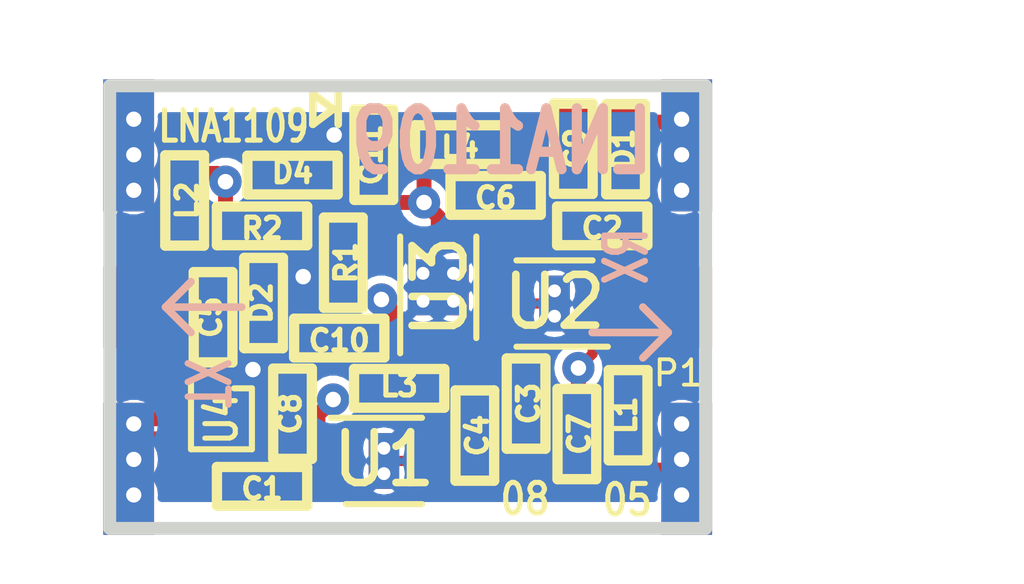
<source format=kicad_pcb>
(kicad_pcb (version 20221018) (generator pcbnew)
  (title_block (title "LNA1109") (date "2020-08-05") (company "Copyright (c) 2014-2020 Great Scott Gadgets <info@greatscottgadgets.com>") (comment 1 "Licensed under the CERN-OHL-P v2"))
  (layers (0 "F.Cu" signal) (1 "In1.Cu" signal) (2 "In2.Cu" signal) (31 "B.Cu" signal) (34 "B.Paste" user) (35 "F.Paste" user) (36 "B.SilkS" user "B.Silkscreen") (37 "F.SilkS" user "F.Silkscreen") (38 "B.Mask" user) (39 "F.Mask" user) (44 "Edge.Cuts" user))
  (net 0 "")
  (net 1 "GND")
  (net 2 "VCC")
  (net 3 "Net-(C1-Pad1)")
  (net 4 "Net-(C1-Pad2)")
  (net 5 "Net-(C2-Pad1)")
  (net 6 "Net-(C2-Pad2)")
  (net 7 "Net-(C5-Pad1)")
  (net 8 "Net-(C5-Pad2)")
  (net 9 "Net-(C10-Pad2)")
  (net 10 "Net-(D4-Pad2)")
  (net 11 "Net-(C6-Pad1)")
  (net 12 "Net-(C6-Pad2)")
  (net 13 "Net-(R1-Pad2)")
  (net 14 "Net-(C3-Pad1)")
  (net 15 "Net-(C3-Pad2)")
  (net 16 "Net-(C4-Pad1)")
  (net 17 "Net-(C4-Pad2)")
  (footprint "gsg-modules:0402" (layer "F.Cu") (at 128.6 97.4 180)
    (fp_text reference "D4" (at 0 0.0508) (layer "F.SilkS") (effects (font (size 0.4064 0.4064) (thickness 0.1016))))
    (fp_text value "LNALED" hide)
    (fp_line (start -0.889 -0.381) (end 0.889 -0.381) (stroke (width 0.2032)) (layer "F.SilkS"))
    (fp_line (start -0.889 0.381) (end -0.889 -0.381) (stroke (width 0.2032)) (layer "F.SilkS"))
    (fp_line (start 0.889 -0.381) (end 0.889 0.381) (stroke (width 0.2032)) (layer "F.SilkS"))
    (fp_line (start 0.889 0.381) (end -0.889 0.381) (stroke (width 0.2032)) (layer "F.SilkS"))
    (pad "1" smd rect (at -0.5334 0 180) (size 0.508 0.5588) (layers "F.Cu" "F.Paste" "F.Mask") (net 1 "GND"))
    (pad "2" smd rect (at 0.5334 0 180) (size 0.508 0.5588) (layers "F.Cu" "F.Paste" "F.Mask") (net 10 "Net-(D4-Pad2)"))
  )
  (footprint "gsg-modules:0402" (layer "F.Cu") (at 134.2 102.5 90)
    (fp_text reference "C7" (at 0 0.0508 90) (layer "F.SilkS") (effects (font (size 0.4064 0.4064) (thickness 0.1016))))
    (fp_text value "100pF" hide)
    (fp_line (start -0.889 -0.381) (end 0.889 -0.381) (stroke (width 0.2032)) (layer "F.SilkS"))
    (fp_line (start -0.889 0.381) (end -0.889 -0.381) (stroke (width 0.2032)) (layer "F.SilkS"))
    (fp_line (start 0.889 -0.381) (end 0.889 0.381) (stroke (width 0.2032)) (layer "F.SilkS"))
    (fp_line (start 0.889 0.381) (end -0.889 0.381) (stroke (width 0.2032)) (layer "F.SilkS"))
    (pad "1" smd rect (at -0.5334 0 90) (size 0.508 0.5588) (layers "F.Cu" "F.Paste" "F.Mask") (net 1 "GND"))
    (pad "2" smd rect (at 0.5334 0 90) (size 0.508 0.5588) (layers "F.Cu" "F.Paste" "F.Mask") (net 2 "VCC"))
  )
  (footprint "gsg-modules:0402" (layer "F.Cu") (at 127.035 100.2 -90)
    (fp_text reference "C5" (at 0 0.0508 90) (layer "F.SilkS") (effects (font (size 0.4064 0.4064) (thickness 0.1016))))
    (fp_text value "47pF" hide)
    (fp_line (start -0.889 -0.381) (end 0.889 -0.381) (stroke (width 0.2032)) (layer "F.SilkS"))
    (fp_line (start -0.889 0.381) (end -0.889 -0.381) (stroke (width 0.2032)) (layer "F.SilkS"))
    (fp_line (start 0.889 -0.381) (end 0.889 0.381) (stroke (width 0.2032)) (layer "F.SilkS"))
    (fp_line (start 0.889 0.381) (end -0.889 0.381) (stroke (width 0.2032)) (layer "F.SilkS"))
    (pad "1" smd rect (at -0.5334 0 270) (size 0.508 0.5588) (layers "F.Cu" "F.Paste" "F.Mask") (net 7 "Net-(C5-Pad1)"))
    (pad "2" smd rect (at 0.5334 0 270) (size 0.508 0.5588) (layers "F.Cu" "F.Paste" "F.Mask") (net 8 "Net-(C5-Pad2)"))
  )
  (footprint "gsg-modules:0402" (layer "F.Cu") (at 128 103.53)
    (fp_text reference "C1" (at 0 0.0508) (layer "F.SilkS") (effects (font (size 0.4064 0.4064) (thickness 0.1016))))
    (fp_text value "47pF" hide)
    (fp_line (start -0.889 -0.381) (end 0.889 -0.381) (stroke (width 0.2032)) (layer "F.SilkS"))
    (fp_line (start -0.889 0.381) (end -0.889 -0.381) (stroke (width 0.2032)) (layer "F.SilkS"))
    (fp_line (start 0.889 -0.381) (end 0.889 0.381) (stroke (width 0.2032)) (layer "F.SilkS"))
    (fp_line (start 0.889 0.381) (end -0.889 0.381) (stroke (width 0.2032)) (layer "F.SilkS"))
    (pad "1" smd rect (at -0.5334 0) (size 0.508 0.5588) (layers "F.Cu" "F.Paste" "F.Mask") (net 3 "Net-(C1-Pad1)"))
    (pad "2" smd rect (at 0.5334 0) (size 0.508 0.5588) (layers "F.Cu" "F.Paste" "F.Mask") (net 4 "Net-(C1-Pad2)"))
  )
  (footprint "gsg-modules:0402" (layer "F.Cu") (at 128.03 99.92 -90)
    (fp_text reference "D2" (at 0 0.0508 90) (layer "F.SilkS") (effects (font (size 0.4064 0.4064) (thickness 0.1016))))
    (fp_text value "D_TVS" hide)
    (fp_line (start -0.889 -0.381) (end 0.889 -0.381) (stroke (width 0.2032)) (layer "F.SilkS"))
    (fp_line (start -0.889 0.381) (end -0.889 -0.381) (stroke (width 0.2032)) (layer "F.SilkS"))
    (fp_line (start 0.889 -0.381) (end 0.889 0.381) (stroke (width 0.2032)) (layer "F.SilkS"))
    (fp_line (start 0.889 0.381) (end -0.889 0.381) (stroke (width 0.2032)) (layer "F.SilkS"))
    (pad "1" smd rect (at -0.5334 0 270) (size 0.508 0.5588) (layers "F.Cu" "F.Paste" "F.Mask") (net 1 "GND"))
    (pad "2" smd rect (at 0.5334 0 270) (size 0.508 0.5588) (layers "F.Cu" "F.Paste" "F.Mask") (net 8 "Net-(C5-Pad2)"))
  )
  (footprint "gsg-modules:0402" (layer "F.Cu") (at 128.6 102.1 -90)
    (fp_text reference "C8" (at 0 0.0508 90) (layer "F.SilkS") (effects (font (size 0.4064 0.4064) (thickness 0.1016))))
    (fp_text value "100pF" hide)
    (fp_line (start -0.889 -0.381) (end 0.889 -0.381) (stroke (width 0.2032)) (layer "F.SilkS"))
    (fp_line (start -0.889 0.381) (end -0.889 -0.381) (stroke (width 0.2032)) (layer "F.SilkS"))
    (fp_line (start 0.889 -0.381) (end 0.889 0.381) (stroke (width 0.2032)) (layer "F.SilkS"))
    (fp_line (start 0.889 0.381) (end -0.889 0.381) (stroke (width 0.2032)) (layer "F.SilkS"))
    (pad "1" smd rect (at -0.5334 0 270) (size 0.508 0.5588) (layers "F.Cu" "F.Paste" "F.Mask") (net 1 "GND"))
    (pad "2" smd rect (at 0.5334 0 270) (size 0.508 0.5588) (layers "F.Cu" "F.Paste" "F.Mask") (net 2 "VCC"))
  )
  (footprint "gsg-modules:0402" (layer "F.Cu") (at 126.475 97.9 90)
    (fp_text reference "L2" (at 0 0.0508 90) (layer "F.SilkS") (effects (font (size 0.4064 0.4064) (thickness 0.1016))))
    (fp_text value "100nH" hide)
    (fp_line (start -0.889 -0.381) (end 0.889 -0.381) (stroke (width 0.2032)) (layer "F.SilkS"))
    (fp_line (start -0.889 0.381) (end -0.889 -0.381) (stroke (width 0.2032)) (layer "F.SilkS"))
    (fp_line (start 0.889 -0.381) (end 0.889 0.381) (stroke (width 0.2032)) (layer "F.SilkS"))
    (fp_line (start 0.889 0.381) (end -0.889 0.381) (stroke (width 0.2032)) (layer "F.SilkS"))
    (pad "1" smd rect (at -0.5334 0 90) (size 0.508 0.5588) (layers "F.Cu" "F.Paste" "F.Mask") (net 7 "Net-(C5-Pad1)"))
    (pad "2" smd rect (at 0.5334 0 90) (size 0.508 0.5588) (layers "F.Cu" "F.Paste" "F.Mask") (net 2 "VCC"))
  )
  (footprint "gsg-modules:0402" (layer "F.Cu") (at 129.52 100.61)
    (fp_text reference "C10" (at 0 0.0508) (layer "F.SilkS") (effects (font (size 0.4064 0.4064) (thickness 0.1016))))
    (fp_text value "1uF" hide)
    (fp_line (start -0.889 -0.381) (end 0.889 -0.381) (stroke (width 0.2032)) (layer "F.SilkS"))
    (fp_line (start -0.889 0.381) (end -0.889 -0.381) (stroke (width 0.2032)) (layer "F.SilkS"))
    (fp_line (start 0.889 -0.381) (end 0.889 0.381) (stroke (width 0.2032)) (layer "F.SilkS"))
    (fp_line (start 0.889 0.381) (end -0.889 0.381) (stroke (width 0.2032)) (layer "F.SilkS"))
    (pad "1" smd rect (at -0.5334 0) (size 0.508 0.5588) (layers "F.Cu" "F.Paste" "F.Mask") (net 1 "GND"))
    (pad "2" smd rect (at 0.5334 0) (size 0.508 0.5588) (layers "F.Cu" "F.Paste" "F.Mask") (net 9 "Net-(C10-Pad2)"))
  )
  (footprint "gsg-modules:0402" (layer "F.Cu") (at 132.6 97.8)
    (fp_text reference "C6" (at 0 0.0508) (layer "F.SilkS") (effects (font (size 0.4064 0.4064) (thickness 0.1016))))
    (fp_text value "47pF" hide)
    (fp_line (start -0.889 -0.381) (end 0.889 -0.381) (stroke (width 0.2032)) (layer "F.SilkS"))
    (fp_line (start -0.889 0.381) (end -0.889 -0.381) (stroke (width 0.2032)) (layer "F.SilkS"))
    (fp_line (start 0.889 -0.381) (end 0.889 0.381) (stroke (width 0.2032)) (layer "F.SilkS"))
    (fp_line (start 0.889 0.381) (end -0.889 0.381) (stroke (width 0.2032)) (layer "F.SilkS"))
    (pad "1" smd rect (at -0.5334 0) (size 0.508 0.5588) (layers "F.Cu" "F.Paste" "F.Mask") (net 11 "Net-(C6-Pad1)"))
    (pad "2" smd rect (at 0.5334 0) (size 0.508 0.5588) (layers "F.Cu" "F.Paste" "F.Mask") (net 12 "Net-(C6-Pad2)"))
  )
  (footprint "gsg-modules:0402" (layer "F.Cu") (at 134.7 98.4)
    (fp_text reference "C2" (at 0 0.0508) (layer "F.SilkS") (effects (font (size 0.4064 0.4064) (thickness 0.1016))))
    (fp_text value "47pF" hide)
    (fp_line (start -0.889 -0.381) (end 0.889 -0.381) (stroke (width 0.2032)) (layer "F.SilkS"))
    (fp_line (start -0.889 0.381) (end -0.889 -0.381) (stroke (width 0.2032)) (layer "F.SilkS"))
    (fp_line (start 0.889 -0.381) (end 0.889 0.381) (stroke (width 0.2032)) (layer "F.SilkS"))
    (fp_line (start 0.889 0.381) (end -0.889 0.381) (stroke (width 0.2032)) (layer "F.SilkS"))
    (pad "1" smd rect (at -0.5334 0) (size 0.508 0.5588) (layers "F.Cu" "F.Paste" "F.Mask") (net 5 "Net-(C2-Pad1)"))
    (pad "2" smd rect (at 0.5334 0) (size 0.508 0.5588) (layers "F.Cu" "F.Paste" "F.Mask") (net 6 "Net-(C2-Pad2)"))
  )
  (footprint "gsg-modules:0402" (layer "F.Cu") (at 130.2 97 -90)
    (fp_text reference "C11" (at 0 0.0508 90) (layer "F.SilkS") (effects (font (size 0.4064 0.4064) (thickness 0.1016))))
    (fp_text value "1uF" hide)
    (fp_line (start -0.889 -0.381) (end 0.889 -0.381) (stroke (width 0.2032)) (layer "F.SilkS"))
    (fp_line (start -0.889 0.381) (end -0.889 -0.381) (stroke (width 0.2032)) (layer "F.SilkS"))
    (fp_line (start 0.889 -0.381) (end 0.889 0.381) (stroke (width 0.2032)) (layer "F.SilkS"))
    (fp_line (start 0.889 0.381) (end -0.889 0.381) (stroke (width 0.2032)) (layer "F.SilkS"))
    (pad "1" smd rect (at -0.5334 0 270) (size 0.508 0.5588) (layers "F.Cu" "F.Paste" "F.Mask") (net 1 "GND"))
    (pad "2" smd rect (at 0.5334 0 270) (size 0.508 0.5588) (layers "F.Cu" "F.Paste" "F.Mask") (net 2 "VCC"))
  )
  (footprint "gsg-modules:0402" (layer "F.Cu") (at 129.6 99.125 90)
    (fp_text reference "R1" (at 0 0.0508 90) (layer "F.SilkS") (effects (font (size 0.4064 0.4064) (thickness 0.1016))))
    (fp_text value "3k" hide)
    (fp_line (start -0.889 -0.381) (end 0.889 -0.381) (stroke (width 0.2032)) (layer "F.SilkS"))
    (fp_line (start -0.889 0.381) (end -0.889 -0.381) (stroke (width 0.2032)) (layer "F.SilkS"))
    (fp_line (start 0.889 -0.381) (end 0.889 0.381) (stroke (width 0.2032)) (layer "F.SilkS"))
    (fp_line (start 0.889 0.381) (end -0.889 0.381) (stroke (width 0.2032)) (layer "F.SilkS"))
    (pad "1" smd rect (at -0.5334 0 90) (size 0.508 0.5588) (layers "F.Cu" "F.Paste" "F.Mask") (net 2 "VCC"))
    (pad "2" smd rect (at 0.5334 0 90) (size 0.508 0.5588) (layers "F.Cu" "F.Paste" "F.Mask") (net 13 "Net-(R1-Pad2)"))
  )
  (footprint "gsg-modules:0402" (layer "F.Cu") (at 128 98.4)
    (fp_text reference "R2" (at 0 0.0508) (layer "F.SilkS") (effects (font (size 0.4064 0.4064) (thickness 0.1016))))
    (fp_text value "470" hide)
    (fp_line (start -0.889 -0.381) (end 0.889 -0.381) (stroke (width 0.2032)) (layer "F.SilkS"))
    (fp_line (start -0.889 0.381) (end -0.889 -0.381) (stroke (width 0.2032)) (layer "F.SilkS"))
    (fp_line (start 0.889 -0.381) (end 0.889 0.381) (stroke (width 0.2032)) (layer "F.SilkS"))
    (fp_line (start 0.889 0.381) (end -0.889 0.381) (stroke (width 0.2032)) (layer "F.SilkS"))
    (pad "1" smd rect (at -0.5334 0) (size 0.508 0.5588) (layers "F.Cu" "F.Paste" "F.Mask") (net 2 "VCC"))
    (pad "2" smd rect (at 0.5334 0) (size 0.508 0.5588) (layers "F.Cu" "F.Paste" "F.Mask") (net 10 "Net-(D4-Pad2)"))
  )
  (footprint "gsg-modules:0402" (layer "F.Cu") (at 135.16 96.89 -90)
    (fp_text reference "D1" (at 0 0.0508 90) (layer "F.SilkS") (effects (font (size 0.4064 0.4064) (thickness 0.1016))))
    (fp_text value "D_TVS" hide)
    (fp_line (start -0.889 -0.381) (end 0.889 -0.381) (stroke (width 0.2032)) (layer "F.SilkS"))
    (fp_line (start -0.889 0.381) (end -0.889 -0.381) (stroke (width 0.2032)) (layer "F.SilkS"))
    (fp_line (start 0.889 -0.381) (end 0.889 0.381) (stroke (width 0.2032)) (layer "F.SilkS"))
    (fp_line (start 0.889 0.381) (end -0.889 0.381) (stroke (width 0.2032)) (layer "F.SilkS"))
    (pad "1" smd rect (at -0.5334 0 270) (size 0.508 0.5588) (layers "F.Cu" "F.Paste" "F.Mask") (net 1 "GND"))
    (pad "2" smd rect (at 0.5334 0 270) (size 0.508 0.5588) (layers "F.Cu" "F.Paste" "F.Mask") (net 6 "Net-(C2-Pad2)"))
  )
  (footprint "gsg-modules:0402" (layer "F.Cu") (at 133.2 101.9 90)
    (fp_text reference "C3" (at 0 0.0508 90) (layer "F.SilkS") (effects (font (size 0.4064 0.4064) (thickness 0.1016))))
    (fp_text value "47pF" hide)
    (fp_line (start -0.889 -0.381) (end 0.889 -0.381) (stroke (width 0.2032)) (layer "F.SilkS"))
    (fp_line (start -0.889 0.381) (end -0.889 -0.381) (stroke (width 0.2032)) (layer "F.SilkS"))
    (fp_line (start 0.889 -0.381) (end 0.889 0.381) (stroke (width 0.2032)) (layer "F.SilkS"))
    (fp_line (start 0.889 0.381) (end -0.889 0.381) (stroke (width 0.2032)) (layer "F.SilkS"))
    (pad "1" smd rect (at -0.5334 0 90) (size 0.508 0.5588) (layers "F.Cu" "F.Paste" "F.Mask") (net 14 "Net-(C3-Pad1)"))
    (pad "2" smd rect (at 0.5334 0 90) (size 0.508 0.5588) (layers "F.Cu" "F.Paste" "F.Mask") (net 15 "Net-(C3-Pad2)"))
  )
  (footprint "gsg-modules:0402" (layer "F.Cu") (at 132.19 102.53 90)
    (fp_text reference "C4" (at 0 0.0508 90) (layer "F.SilkS") (effects (font (size 0.4064 0.4064) (thickness 0.1016))))
    (fp_text value "47pF" hide)
    (fp_line (start -0.889 -0.381) (end 0.889 -0.381) (stroke (width 0.2032)) (layer "F.SilkS"))
    (fp_line (start -0.889 0.381) (end -0.889 -0.381) (stroke (width 0.2032)) (layer "F.SilkS"))
    (fp_line (start 0.889 -0.381) (end 0.889 0.381) (stroke (width 0.2032)) (layer "F.SilkS"))
    (fp_line (start 0.889 0.381) (end -0.889 0.381) (stroke (width 0.2032)) (layer "F.SilkS"))
    (pad "1" smd rect (at -0.5334 0 90) (size 0.508 0.5588) (layers "F.Cu" "F.Paste" "F.Mask") (net 16 "Net-(C4-Pad1)"))
    (pad "2" smd rect (at 0.5334 0 90) (size 0.508 0.5588) (layers "F.Cu" "F.Paste" "F.Mask") (net 17 "Net-(C4-Pad2)"))
  )
  (footprint "gsg-modules:0402" (layer "F.Cu") (at 130.7 101.6 180)
    (fp_text reference "L3" (at 0 0.0508) (layer "F.SilkS") (effects (font (size 0.4064 0.4064) (thickness 0.1016))))
    (fp_text value "100nH" hide)
    (fp_line (start -0.889 -0.381) (end 0.889 -0.381) (stroke (width 0.2032)) (layer "F.SilkS"))
    (fp_line (start -0.889 0.381) (end -0.889 -0.381) (stroke (width 0.2032)) (layer "F.SilkS"))
    (fp_line (start 0.889 -0.381) (end 0.889 0.381) (stroke (width 0.2032)) (layer "F.SilkS"))
    (fp_line (start 0.889 0.381) (end -0.889 0.381) (stroke (width 0.2032)) (layer "F.SilkS"))
    (pad "1" smd rect (at -0.5334 0 180) (size 0.508 0.5588) (layers "F.Cu" "F.Paste" "F.Mask") (net 17 "Net-(C4-Pad2)"))
    (pad "2" smd rect (at 0.5334 0 180) (size 0.508 0.5588) (layers "F.Cu" "F.Paste" "F.Mask") (net 9 "Net-(C10-Pad2)"))
  )
  (footprint "gsg-modules:GRF6011" (layer "F.Cu") (at 130.4 103.03)
    (fp_text reference "U1" (at 0 -0.03) (layer "F.SilkS"))
    (fp_text value "SWITCH")
    (fp_line (start 0.75 -0.85) (end -1.05 -0.85) (stroke (width 0.12)) (layer "F.SilkS"))
    (fp_line (start 0.75 0.85) (end -0.75 0.85) (stroke (width 0.12)) (layer "F.SilkS"))
    (pad "1" smd rect (at -0.75 -0.5) (size 0.4 0.2) (layers "F.Cu" "F.Paste" "F.Mask") (net 2 "VCC"))
    (pad "2" smd rect (at -0.75 0) (size 0.4 0.2) (layers "F.Cu" "F.Paste" "F.Mask") (net 2 "VCC"))
    (pad "3" smd rect (at -0.75 0.5) (size 0.4 0.2) (layers "F.Cu" "F.Paste" "F.Mask") (net 4 "Net-(C1-Pad2)"))
    (pad "4" smd rect (at 0.75 0.5) (size 0.4 0.2) (layers "F.Cu" "F.Paste" "F.Mask") (net 16 "Net-(C4-Pad1)"))
    (pad "5" smd rect (at 0.75 0) (size 0.4 0.2) (layers "F.Cu" "F.Paste" "F.Mask") (net 1 "GND"))
    (pad "6" smd rect (at 0.75 -0.5) (size 0.4 0.2) (layers "F.Cu" "F.Paste" "F.Mask") (net 14 "Net-(C3-Pad1)"))
    (pad "7" smd rect (at 0 -0.45) (size 0.6 0.2) (layers "F.Cu" "F.Paste") (net 1 "GND"))
    (pad "7" thru_hole circle (at 0 -0.25) (size 0.508 0.508) (drill 0.254) (layers "*.Cu" "*.Mask") (net 1 "GND"))
    (pad "7" smd rect (at 0 0) (size 0.6 0.3) (layers "F.Cu" "F.Paste") (net 1 "GND"))
    (pad "7" smd rect (at 0 0) (size 0.6 1.1) (layers "F.Cu" "F.Mask") (net 1 "GND"))
    (pad "7" smd rect (at 0 0) (size 0.6 1.1) (layers "B.Cu") (net 1 "GND"))
    (pad "7" thru_hole circle (at 0 0.25) (size 0.508 0.508) (drill 0.254) (layers "*.Cu" "*.Mask") (net 1 "GND"))
    (pad "7" smd rect (at 0 0.45) (size 0.6 0.2) (layers "F.Cu" "F.Paste") (net 1 "GND"))
  )
  (footprint "gsg-modules:F5Q" (layer "F.Cu") (at 127.2 102.2 -90)
    (fp_text reference "U4" (at 0 0 90) (layer "F.SilkS") (effects (font (size 0.6 0.5) (thickness 0.1))))
    (fp_text value "SAW")
    (fp_line (start -0.6 -0.6) (end -0.6 -0.25) (stroke (width 0.12)) (layer "F.SilkS"))
    (fp_line (start -0.6 -0.6) (end 0.6 -0.6) (stroke (width 0.12)) (layer "F.SilkS"))
    (fp_line (start 0.6 -0.6) (end 0.6 0.6) (stroke (width 0.12)) (layer "F.SilkS"))
    (fp_line (start 0.6 0.6) (end -0.7508 0.6) (stroke (width 0.12)) (layer "F.SilkS"))
    (pad "1" smd rect (at -0.495 0 270) (size 0.4 0.25) (layers "F.Cu" "F.Paste" "F.Mask") (net 8 "Net-(C5-Pad2)"))
    (pad "2" smd rect (at 0 0.325 270) (size 0.25 0.4) (layers "F.Cu" "F.Paste" "F.Mask") (net 1 "GND"))
    (pad "3" smd rect (at 0.395 0.325 270) (size 0.25 0.4) (layers "F.Cu" "F.Paste" "F.Mask") (net 1 "GND"))
    (pad "4" smd rect (at 0.395 -0.325 270) (size 0.25 0.4) (layers "F.Cu" "F.Paste" "F.Mask") (net 3 "Net-(C1-Pad1)"))
    (pad "5" smd rect (at 0 -0.325 270) (size 0.25 0.4) (layers "F.Cu" "F.Paste" "F.Mask") (net 1 "GND"))
  )
  (footprint "gsg-modules:GRF6011" (layer "F.Cu") (at 133.76 99.93 180)
    (fp_text reference "U2" (at 0 0.03) (layer "F.SilkS"))
    (fp_text value "SWITCH")
    (fp_line (start 0.75 -0.85) (end -1.05 -0.85) (stroke (width 0.12)) (layer "F.SilkS"))
    (fp_line (start 0.75 0.85) (end -0.75 0.85) (stroke (width 0.12)) (layer "F.SilkS"))
    (pad "1" smd rect (at -0.75 -0.5 180) (size 0.4 0.2) (layers "F.Cu" "F.Paste" "F.Mask") (net 2 "VCC"))
    (pad "2" smd rect (at -0.75 0 180) (size 0.4 0.2) (layers "F.Cu" "F.Paste" "F.Mask") (net 2 "VCC"))
    (pad "3" smd rect (at -0.75 0.5 180) (size 0.4 0.2) (layers "F.Cu" "F.Paste" "F.Mask") (net 5 "Net-(C2-Pad1)"))
    (pad "4" smd rect (at 0.75 0.5 180) (size 0.4 0.2) (layers "F.Cu" "F.Paste" "F.Mask") (net 12 "Net-(C6-Pad2)"))
    (pad "5" smd rect (at 0.75 0 180) (size 0.4 0.2) (layers "F.Cu" "F.Paste" "F.Mask") (net 1 "GND"))
    (pad "6" smd rect (at 0.75 -0.5 180) (size 0.4 0.2) (layers "F.Cu" "F.Paste" "F.Mask") (net 15 "Net-(C3-Pad2)"))
    (pad "7" smd rect (at 0 -0.45 180) (size 0.6 0.2) (layers "F.Cu" "F.Paste") (net 1 "GND"))
    (pad "7" thru_hole circle (at 0 -0.25 180) (size 0.508 0.508) (drill 0.254) (layers "*.Cu" "*.Mask") (net 1 "GND"))
    (pad "7" smd rect (at 0 0 180) (size 0.6 0.3) (layers "F.Cu" "F.Paste") (net 1 "GND"))
    (pad "7" smd rect (at 0 0 180) (size 0.6 1.1) (layers "F.Cu" "F.Mask") (net 1 "GND"))
    (pad "7" smd rect (at 0 0 180) (size 0.6 1.1) (layers "B.Cu") (net 1 "GND"))
    (pad "7" thru_hole circle (at 0 0.25 180) (size 0.508 0.508) (drill 0.254) (layers "*.Cu" "*.Mask") (net 1 "GND"))
    (pad "7" smd rect (at 0 0.45 180) (size 0.6 0.2) (layers "F.Cu" "F.Paste") (net 1 "GND"))
  )
  (footprint "gsg-modules:TSLP-7-1" (layer "F.Cu") (at 131.47 99.61)
    (fp_text reference "U3" (at 0.03 -0.01 90) (layer "F.SilkS"))
    (fp_text value "LNA")
    (fp_line (start -0.75 -1) (end -0.75 1.3) (stroke (width 0.12)) (layer "F.SilkS"))
    (fp_line (start 0.75 -1) (end 0.75 1) (stroke (width 0.12)) (layer "F.SilkS"))
    (pad "1" smd rect (at -0.5 0.925) (size 0.3 0.35) (layers "F.Cu" "F.Paste" "F.Mask") (net 2 "VCC"))
    (pad "2" smd rect (at 0 0.925) (size 0.3 0.35) (layers "F.Cu" "F.Paste" "F.Mask") (net 9 "Net-(C10-Pad2)"))
    (pad "3" smd rect (at 0.5 0.925) (size 0.3 0.35) (layers "F.Cu" "F.Paste" "F.Mask") (net 17 "Net-(C4-Pad2)"))
    (pad "4" smd rect (at 0.5 -0.925) (size 0.3 0.35) (layers "F.Cu" "F.Paste" "F.Mask") (net 11 "Net-(C6-Pad1)"))
    (pad "5" smd rect (at 0 -0.925) (size 0.3 0.35) (layers "F.Cu" "F.Paste" "F.Mask") (net 2 "VCC"))
    (pad "6" smd rect (at -0.5 -0.925) (size 0.3 0.35) (layers "F.Cu" "F.Paste" "F.Mask") (net 13 "Net-(R1-Pad2)"))
    (pad "7" smd rect (at -0.45 -0.4) (size 0.3 0.3) (layers "F.Cu" "F.Paste") (net 1 "GND"))
    (pad "7" smd rect (at -0.45 0) (size 0.3 0.3) (layers "F.Cu" "F.Paste") (net 1 "GND"))
    (pad "7" smd rect (at -0.45 0.4) (size 0.3 0.3) (layers "F.Cu" "F.Paste") (net 1 "GND"))
    (pad "7" thru_hole circle (at -0.3 -0.275) (size 0.5 0.5) (drill 0.254) (layers "*.Cu" "*.Mask") (net 1 "GND"))
    (pad "7" thru_hole circle (at -0.3 0.275) (size 0.5 0.5) (drill 0.254) (layers "*.Cu" "*.Mask") (net 1 "GND"))
    (pad "7" smd rect (at 0 -0.4) (size 0.3 0.3) (layers "F.Cu" "F.Paste") (net 1 "GND"))
    (pad "7" smd rect (at 0 0) (size 0.3 0.3) (layers "F.Cu" "F.Paste") (net 1 "GND"))
    (pad "7" smd rect (at 0 0) (size 1.2 1.1) (layers "F.Cu" "F.Mask") (net 1 "GND"))
    (pad "7" smd rect (at 0 0) (size 1.2 1.1) (layers "B.Cu") (net 1 "GND"))
    (pad "7" smd rect (at 0 0.4) (size 0.3 0.3) (layers "F.Cu" "F.Paste") (net 1 "GND"))
    (pad "7" thru_hole circle (at 0.3 -0.275) (size 0.5 0.5) (drill 0.254) (layers "*.Cu" "*.Mask") (net 1 "GND"))
    (pad "7" thru_hole circle (at 0.3 0.275) (size 0.5 0.5) (drill 0.254) (layers "*.Cu" "*.Mask") (net 1 "GND"))
    (pad "7" smd rect (at 0.45 -0.4) (size 0.3 0.3) (layers "F.Cu" "F.Paste") (net 1 "GND"))
    (pad "7" smd rect (at 0.45 0) (size 0.3 0.3) (layers "F.Cu" "F.Paste") (net 1 "GND"))
    (pad "7" smd rect (at 0.45 0.4) (size 0.3 0.3) (layers "F.Cu" "F.Paste") (net 1 "GND"))
  )
  (footprint "gsg-modules:SMA-KIT-1.5MF" (layer "F.Cu") (at 136.863 100 180)
    (fp_text reference "P1" (at 0.663 -1.3) (layer "F.SilkS") (effects (font (size 0.5 0.5) (thickness 0.075))))
    (fp_text value "SMA-KIT-1.5MF")
    (pad "1" smd rect (at 0.75 0 180) (size 1.5 1.6) (layers "F.Cu" "F.Mask") (net 6 "Net-(C2-Pad2)"))
    (pad "2" smd rect (at 0.5 -3.185 180) (size 1 2.6) (layers "F.Cu" "F.Mask") (net 1 "GND"))
    (pad "2" smd rect (at 0.5 -3.185 180) (size 1 2.6) (layers "B.Cu" "B.Mask") (net 1 "GND"))
    (pad "2" smd rect (at 0.5 3.185 180) (size 1 2.6) (layers "F.Cu" "F.Mask") (net 1 "GND"))
    (pad "2" smd rect (at 0.5 3.185 180) (size 1 2.6) (layers "B.Cu" "B.Mask") (net 1 "GND"))
    (pad "2" thru_hole circle (at 0.6 -3.7 180) (size 0.64 0.64) (drill 0.3) (layers "*.Cu" "*.Mask") (net 1 "GND"))
    (pad "2" thru_hole circle (at 0.6 -3 180) (size 0.64 0.64) (drill 0.3) (layers "*.Cu" "*.Mask") (net 1 "GND"))
    (pad "2" thru_hole circle (at 0.6 -2.3 180) (size 0.64 0.64) (drill 0.3) (layers "*.Cu" "*.Mask") (net 1 "GND"))
    (pad "2" thru_hole circle (at 0.6 2.3 180) (size 0.64 0.64) (drill 0.3) (layers "*.Cu" "*.Mask") (net 1 "GND"))
    (pad "2" thru_hole circle (at 0.6 3 180) (size 0.64 0.64) (drill 0.3) (layers "*.Cu" "*.Mask") (net 1 "GND"))
    (pad "2" thru_hole circle (at 0.6 3.7 180) (size 0.64 0.64) (drill 0.3) (layers "*.Cu" "*.Mask") (net 1 "GND"))
    (pad "3" smd rect (at 11.24 0) (size 1.5 1.6) (layers "F.Cu" "F.Mask") (net 7 "Net-(C5-Pad1)"))
    (pad "4" thru_hole circle (at 11.39 -3.7) (size 0.64 0.64) (drill 0.3) (layers "*.Cu" "*.Mask") (net 1 "GND"))
    (pad "4" thru_hole circle (at 11.39 -3) (size 0.64 0.64) (drill 0.3) (layers "*.Cu" "*.Mask") (net 1 "GND"))
    (pad "4" thru_hole circle (at 11.39 -2.3) (size 0.64 0.64) (drill 0.3) (layers "*.Cu" "*.Mask") (net 1 "GND"))
    (pad "4" thru_hole circle (at 11.39 2.3) (size 0.64 0.64) (drill 0.3) (layers "*.Cu" "*.Mask") (net 1 "GND"))
    (pad "4" thru_hole circle (at 11.39 3) (size 0.64 0.64) (drill 0.3) (layers "*.Cu" "*.Mask") (net 1 "GND"))
    (pad "4" thru_hole circle (at 11.39 3.7) (size 0.64 0.64) (drill 0.3) (layers "*.Cu" "*.Mask") (net 1 "GND"))
    (pad "4" smd rect (at 11.49 -3.185) (size 1 2.6) (layers "F.Cu" "F.Mask") (net 1 "GND"))
    (pad "4" smd rect (at 11.49 -3.185) (size 1 2.6) (layers "B.Cu" "B.Mask") (net 1 "GND"))
    (pad "4" smd rect (at 11.49 3.185) (size 1 2.6) (layers "F.Cu" "F.Mask") (net 1 "GND"))
    (pad "4" smd rect (at 11.49 3.185) (size 1 2.6) (layers "B.Cu" "B.Mask") (net 1 "GND"))
  )
  (footprint "gsg-modules:0402" (layer "F.Cu") (at 135.21 102.13 -90)
    (fp_text reference "L1" (at 0 0.0508 90) (layer "F.SilkS") (effects (font (size 0.4064 0.4064) (thickness 0.1016))))
    (fp_text value "100nH" hide)
    (fp_line (start -0.889 -0.381) (end 0.889 -0.381) (stroke (width 0.2032)) (layer "F.SilkS"))
    (fp_line (start -0.889 0.381) (end -0.889 -0.381) (stroke (width 0.2032)) (layer "F.SilkS"))
    (fp_line (start 0.889 -0.381) (end 0.889 0.381) (stroke (width 0.2032)) (layer "F.SilkS"))
    (fp_line (start 0.889 0.381) (end -0.889 0.381) (stroke (width 0.2032)) (layer "F.SilkS"))
    (pad "1" smd rect (at -0.5334 0 270) (size 0.508 0.5588) (layers "F.Cu" "F.Paste" "F.Mask") (net 6 "Net-(C2-Pad2)"))
    (pad "2" smd rect (at 0.5334 0 270) (size 0.508 0.5588) (layers "F.Cu" "F.Paste" "F.Mask") (net 2 "VCC"))
  )
  (footprint "gsg-modules:0402" (layer "F.Cu") (at 131.9 96.8)
    (fp_text reference "L4" (at 0 0.0508) (layer "F.SilkS") (effects (font (size 0.4064 0.4064) (thickness 0.1016))))
    (fp_text value "100nH" hide)
    (fp_line (start -0.889 -0.381) (end 0.889 -0.381) (stroke (width 0.2032)) (layer "F.SilkS"))
    (fp_line (start -0.889 0.381) (end -0.889 -0.381) (stroke (width 0.2032)) (layer "F.SilkS"))
    (fp_line (start 0.889 -0.381) (end 0.889 0.381) (stroke (width 0.2032)) (layer "F.SilkS"))
    (fp_line (start 0.889 0.381) (end -0.889 0.381) (stroke (width 0.2032)) (layer "F.SilkS"))
    (pad "1" smd rect (at -0.5334 0) (size 0.508 0.5588) (layers "F.Cu" "F.Paste" "F.Mask") (net 2 "VCC"))
    (pad "2" smd rect (at 0.5334 0) (size 0.508 0.5588) (layers "F.Cu" "F.Paste" "F.Mask") (net 11 "Net-(C6-Pad1)"))
  )
  (footprint "gsg-modules:0402" (layer "F.Cu") (at 134.13 96.88 90)
    (fp_text reference "C9" (at 0 0.0508 90) (layer "F.SilkS") (effects (font (size 0.4064 0.4064) (thickness 0.1016))))
    (fp_text value "1pF" hide)
    (fp_line (start -0.889 -0.381) (end 0.889 -0.381) (stroke (width 0.2032)) (layer "F.SilkS"))
    (fp_line (start -0.889 0.381) (end -0.889 -0.381) (stroke (width 0.2032)) (layer "F.SilkS"))
    (fp_line (start 0.889 -0.381) (end 0.889 0.381) (stroke (width 0.2032)) (layer "F.SilkS"))
    (fp_line (start 0.889 0.381) (end -0.889 0.381) (stroke (width 0.2032)) (layer "F.SilkS"))
    (pad "1" smd rect (at -0.5334 0 90) (size 0.508 0.5588) (layers "F.Cu" "F.Paste" "F.Mask") (net 5 "Net-(C2-Pad1)"))
    (pad "2" smd rect (at 0.5334 0 90) (size 0.508 0.5588) (layers "F.Cu" "F.Paste" "F.Mask") (net 1 "GND"))
  )
  (gr_line (start 126.6 99.5) (end 126.1 100) (stroke (width 0.15)) (layer "B.SilkS"))
  (gr_line (start 126.1 100) (end 127.6 100) (stroke (width 0.15)) (layer "B.SilkS"))
  (gr_line (start 136 100.5) (end 135.5 101) (stroke (width 0.15)) (layer "B.SilkS"))
  (gr_line (start 126.1 100) (end 126.6 100.5) (stroke (width 0.15)) (layer "B.SilkS"))
  (gr_line (start 136 100.5) (end 134.5 100.5) (stroke (width 0.15)) (layer "B.SilkS"))
  (gr_line (start 136 100.5) (end 135.5 100) (stroke (width 0.15)) (layer "B.SilkS"))
  (gr_line (start 129.4 96.1) (end 129 95.8) (stroke (width 0.15)) (layer "F.SilkS"))
  (gr_line (start 129 96.4) (end 129.4 96.1) (stroke (width 0.15)) (layer "F.SilkS"))
  (gr_line (start 129.5 95.8) (end 129.5 96.4) (stroke (width 0.15)) (layer "F.SilkS"))
  (gr_line (start 129 95.8) (end 129 96.4) (stroke (width 0.15)) (layer "F.SilkS"))
  (gr_line (start 125 95.642) (end 125 104.358) (stroke (width 0.254)) (layer "Edge.Cuts"))
  (gr_line (start 125 104.358) (end 136.736 104.358) (stroke (width 0.254)) (layer "Edge.Cuts"))
  (gr_line (start 136.736 95.642) (end 125 95.642) (stroke (width 0.254)) (layer "Edge.Cuts"))
  (gr_line (start 136.736 104.358) (end 136.736 95.642) (stroke (width 0.254)) (layer "Edge.Cuts"))
  (gr_text "RX" (at 135.175 99 90) (layer "B.SilkS") (effects (font (size 0.8 0.55) (thickness 0.125)) (justify mirror)))
  (gr_text "TX" (at 126.9 101.5 270) (layer "B.SilkS") (effects (font (size 0.8 0.55) (thickness 0.125)) (justify mirror)))
  (gr_text "LNA1109" (at 132.72 96.74) (layer "B.SilkS") (effects (font (size 1.2 0.9) (thickness 0.2)) (justify mirror)))
  (gr_text "08" (at 133.18 103.78) (layer "F.SilkS") (effects (font (size 0.6 0.5) (thickness 0.1))))
  (gr_text "LNA1109" (at 127.44 96.44) (layer "F.SilkS") (effects (font (size 0.6 0.45) (thickness 0.1))))
  (gr_text "05" (at 135.19 103.8) (layer "F.SilkS") (effects (font (size 0.6 0.5) (thickness 0.1))))
  (segment (start 126.435 102.595) (end 125.768 102.595) (width 0.29337) (layer "F.Cu") (net 1))
  (segment (start 135.15 96.3466) (end 135.16 96.3566) (width 0.29337) (layer "F.Cu") (net 1))
  (segment (start 125.768 102.595) (end 125.473 102.3) (width 0.29337) (layer "F.Cu") (net 1))
  (segment (start 134.3766 103.21) (end 136.053 103.21) (width 0.29337) (layer "F.Cu") (net 1))
  (segment (start 128.08 102.2) (end 128.6 101.68) (width 0.29337) (layer "F.Cu") (net 1))
  (segment (start 136.053 103.21) (end 136.263 103) (width 0.29337) (layer "F.Cu") (net 1))
  (segment (start 128.03 99.3866) (end 128.7966 99.3866) (width 0.29337) (layer "F.Cu") (net 1))
  (segment (start 128.9866 100.61) (end 128.9866 99.5766) (width 0.29337) (layer "F.Cu") (net 1))
  (segment (start 128.9866 100.61) (end 128.9 100.61) (width 0.29337) (layer "F.Cu") (net 1))
  (segment (start 128.9866 99.5766) (end 128.81 99.4) (width 0.29337) (layer "F.Cu") (net 1))
  (segment (start 126.875 102.2) (end 126.45 102.2) (width 0.25) (layer "F.Cu") (net 1))
  (segment (start 129.5634 96.4666) (end 130.2 96.4666) (width 0.29337) (layer "F.Cu") (net 1))
  (segment (start 127.525 102.2) (end 127.94 102.2) (width 0.25) (layer "F.Cu") (net 1))
  (segment (start 128.6 101.68) (end 128.6 101.5666) (width 0.29337) (layer "F.Cu") (net 1))
  (segment (start 126.45 102.2) (end 125.573 102.2) (width 0.29337) (layer "F.Cu") (net 1))
  (segment (start 128.6 101.55) (end 128.28 101.23) (width 0.29337) (layer "F.Cu") (net 1))
  (segment (start 136.2064 96.3566) (end 136.263 96.3) (width 0.29337) (layer "F.Cu") (net 1))
  (segment (start 131.15 103.03) (end 130.4 103.03) (width 0.2) (layer "F.Cu") (net 1))
  (segment (start 128.9 100.61) (end 128.28 101.23) (width 0.29337) (layer "F.Cu") (net 1))
  (segment (start 129.1334 96.8966) (end 129.42 96.61) (width 0.29337) (layer "F.Cu") (net 1))
  (segment (start 129.1334 97.4) (end 129.1334 96.8966) (width 0.29337) (layer "F.Cu") (net 1))
  (segment (start 134.13 96.3466) (end 135.15 96.3466) (width 0.29337) (layer "F.Cu") (net 1))
  (segment (start 126.875 102.595) (end 126.435 102.595) (width 0.25) (layer "F.Cu") (net 1))
  (segment (start 133.01 99.93) (end 133.76 99.93) (width 0.2) (layer "F.Cu") (net 1))
  (segment (start 128.28 101.23) (end 127.82 101.23) (width 0.29337) (layer "F.Cu") (net 1))
  (segment (start 129.42 96.61) (end 129.5634 96.4666) (width 0.29337) (layer "F.Cu") (net 1))
  (segment (start 128.7966 99.3866) (end 128.81 99.4) (width 0.29337) (layer "F.Cu") (net 1))
  (segment (start 134.2 103.0334) (end 134.3766 103.21) (width 0.29337) (layer "F.Cu") (net 1))
  (segment (start 127.94 102.2) (end 128.08 102.2) (width 0.29337) (layer "F.Cu") (net 1))
  (segment (start 125.573 102.2) (end 125.473 102.3) (width 0.29337) (layer "F.Cu") (net 1))
  (segment (start 135.16 96.3566) (end 136.2064 96.3566) (width 0.29337) (layer "F.Cu") (net 1))
  (segment (start 128.6 101.5666) (end 128.6 101.55) (width 0.29337) (layer "F.Cu") (net 1))
  (via (at 128.81 99.4) (size 0.635) (drill 0.3048) (layers "F.Cu" "B.Cu") (net 1))
  (via (at 129.42 96.61) (size 0.635) (drill 0.3048) (layers "F.Cu" "B.Cu") (net 1))
  (via (at 127.82 101.23) (size 0.635) (drill 0.3048) (layers "F.Cu" "B.Cu") (net 1))
  (segment (start 127.28 98.2134) (end 127.4666 98.4) (width 0.29337) (layer "F.Cu") (net 2))
  (segment (start 128.97 103.03) (end 128.6 102.66) (width 0.29337) (layer "F.Cu") (net 2))
  (segment (start 130.58 100.08) (end 130.35 99.85) (width 0.29337) (layer "F.Cu") (net 2))
  (segment (start 129.1 102.53) (end 128.7034 102.53) (width 0.29337) (layer "F.Cu") (net 2))
  (segment (start 128.6 102.66) (end 128.6 102.6334) (width 0.29337) (layer "F.Cu") (net 2))
  (segment (start 129.27 103.03) (end 129.65 103.03) (width 0.2) (layer "F.Cu") (net 2))
  (segment (start 131.47 98.22) (end 131.19 97.94) (width 0.29337) (layer "F.Cu") (net 2))
  (segment (start 127.28 97.53) (end 127.28 98.2134) (width 0.29337) (layer "F.Cu") (net 2))
  (segment (start 134.3566 101.9666) (end 134.2 101.9666) (width 0.29337) (layer "F.Cu") (net 2))
  (segment (start 129.7916 99.85) (end 129.6 99.6584) (width 0.29337) (layer "F.Cu") (net 2))
  (segment (start 129.65 102.53) (end 129.1 102.53) (width 0.2) (layer "F.Cu") (net 2))
  (segment (start 126.475 97.3666) (end 127.1166 97.3666) (width 0.29337) (layer "F.Cu") (net 2))
  (segment (start 134.23 101.2) (end 134.23 101.9366) (width 0.29337) (layer "F.Cu") (net 2))
  (segment (start 131.19 97.94) (end 131.19 96.9766) (width 0.29337) (layer "F.Cu") (net 2))
  (segment (start 134.51 100.43) (end 134.51 100.92) (width 0.2) (layer "F.Cu") (net 2))
  (segment (start 134.51 99.93) (end 134.51 100.43) (width 0.2) (layer "F.Cu") (net 2))
  (segment (start 134.51 100.92) (end 134.23 101.2) (width 0.2) (layer "F.Cu") (net 2))
  (segment (start 130.35 99.85) (end 129.7916 99.85) (width 0.29337) (layer "F.Cu") (net 2))
  (segment (start 135.0534 102.6634) (end 134.3566 101.9666) (width 0.29337) (layer "F.Cu") (net 2))
  (segment (start 130.855 100.535) (end 130.58 100.26) (width 0.29337) (layer "F.Cu") (net 2))
  (segment (start 131.47 98.685) (end 131.47 98.22) (width 0.29337) (layer "F.Cu") (net 2))
  (segment (start 128.7034 102.53) (end 128.6 102.6334) (width 0.29337) (layer "F.Cu") (net 2))
  (segment (start 135.21 102.6634) (end 135.0534 102.6634) (width 0.29337) (layer "F.Cu") (net 2))
  (segment (start 131.19 97.94) (end 130.6066 97.94) (width 0.29337) (layer "F.Cu") (net 2))
  (segment (start 129.1 102.53) (end 129.1 102.12) (width 0.29337) (layer "F.Cu") (net 2))
  (segment (start 131.19 96.9766) (end 131.3666 96.8) (width 0.29337) (layer "F.Cu") (net 2))
  (segment (start 130.58 100.26) (end 130.58 100.08) (width 0.29337) (layer "F.Cu") (net 2))
  (segment (start 127.1166 97.3666) (end 127.28 97.53) (width 0.29337) (layer "F.Cu") (net 2))
  (segment (start 129.1 102.12) (end 129.4 101.82) (width 0.29337) (layer "F.Cu") (net 2))
  (segment (start 130.97 100.535) (end 130.855 100.535) (width 0.29337) (layer "F.Cu") (net 2))
  (segment (start 129.27 103.03) (end 128.97 103.03) (width 0.29337) (layer "F.Cu") (net 2))
  (segment (start 130.6066 97.94) (end 130.2 97.5334) (width 0.29337) (layer "F.Cu") (net 2))
  (segment (start 134.23 101.9366) (end 134.2 101.9666) (width 0.29337) (layer "F.Cu") (net 2))
  (via (at 134.23 101.2) (size 0.635) (drill 0.3048) (layers "F.Cu" "B.Cu") (net 2))
  (via (at 127.28 97.53) (size 0.635) (drill 0.3048) (layers "F.Cu" "B.Cu") (net 2))
  (via (at 129.4 101.82) (size 0.635) (drill 0.3048) (layers "F.Cu" "B.Cu") (net 2))
  (via (at 131.19 97.94) (size 0.635) (drill 0.3048) (layers "F.Cu" "B.Cu") (net 2))
  (via (at 130.35 99.85) (size 0.635) (drill 0.3048) (layers "F.Cu" "B.Cu") (net 2))
  (segment (start 127.525 103.4716) (end 127.4666 103.53) (width 0.29337) (layer "F.Cu") (net 3))
  (segment (start 127.525 102.935) (end 127.525 103.4716) (width 0.29337) (layer "F.Cu") (net 3))
  (segment (start 127.525 102.595) (end 127.525 102.935) (width 0.25) (layer "F.Cu") (net 3))
  (segment (start 129.65 103.53) (end 129.23 103.53) (width 0.2) (layer "F.Cu") (net 4))
  (segment (start 128.5334 103.53) (end 129.23 103.53) (width 0.29337) (layer "F.Cu") (net 4))
  (segment (start 134.51 98.7434) (end 134.1666 98.4) (width 0.29337) (layer "F.Cu") (net 5))
  (segment (start 134.51 99.43) (end 134.51 99) (width 0.2) (layer "F.Cu") (net 5))
  (segment (start 134.51 99) (end 134.51 98.7434) (width 0.29337) (layer "F.Cu") (net 5))
  (segment (start 134.1666 98.4) (end 134.1666 97.45) (width 0.29337) (layer "F.Cu") (net 5))
  (segment (start 134.1666 97.45) (end 134.13 97.4134) (width 0.29337) (layer "F.Cu") (net 5))
  (segment (start 136.113 100) (end 136.113 100.217) (width 0.29337) (layer "F.Cu") (net 6))
  (segment (start 136.113 100) (end 136.113 99.753) (width 0.29337) (layer "F.Cu") (net 6))
  (segment (start 136.113 100.217) (end 135.21 101.12) (width 0.29337) (layer "F.Cu") (net 6))
  (segment (start 135.21 101.12) (end 135.21 101.5966) (width 0.29337) (layer "F.Cu") (net 6))
  (segment (start 135.2334 98.4) (end 135.2334 98.6866) (width 0.29337) (layer "F.Cu") (net 6))
  (segment (start 135.2334 97.4968) (end 135.16 97.4234) (width 0.29337) (layer "F.Cu") (net 6))
  (segment (start 135.2334 98.4) (end 135.2334 97.4968) (width 0.29337) (layer "F.Cu") (net 6))
  (segment (start 136.113 99.753) (end 135.2334 98.8734) (width 0.29337) (layer "F.Cu") (net 6))
  (segment (start 135.2334 98.8734) (end 135.2334 98.4) (width 0.29337) (layer "F.Cu") (net 6))
  (segment (start 125.623 99.887) (end 126.475 99.035) (width 0.29337) (layer "F.Cu") (net 7))
  (segment (start 125.9564 99.6666) (end 125.623 100) (width 0.29337) (layer "F.Cu") (net 7))
  (segment (start 126.475 99.035) (end 126.475 98.4334) (width 0.29337) (layer "F.Cu") (net 7))
  (segment (start 127.035 99.6666) (end 125.9564 99.6666) (width 0.29337) (layer "F.Cu") (net 7))
  (segment (start 125.623 100) (end 125.623 99.887) (width 0.29337) (layer "F.Cu") (net 7))
  (segment (start 127.2 100.8984) (end 127.035 100.7334) (width 0.29337) (layer "F.Cu") (net 8))
  (segment (start 128.03 100.4534) (end 127.315 100.4534) (width 0.29337) (layer "F.Cu") (net 8))
  (segment (start 127.315 100.4534) (end 127.035 100.7334) (width 0.29337) (layer "F.Cu") (net 8))
  (segment (start 127.2 101.33) (end 127.2 100.8984) (width 0.29337) (layer "F.Cu") (net 8))
  (segment (start 127.2 101.705) (end 127.2 101.33) (width 0.25) (layer "F.Cu") (net 8))
  (segment (start 131.21 101.02) (end 130.4634 101.02) (width 0.29337) (layer "F.Cu") (net 9))
  (segment (start 130.4634 101.02) (end 130.0534 100.61) (width 0.29337) (layer "F.Cu") (net 9))
  (segment (start 130.4634 101.02) (end 130.4634 101.3032) (width 0.29337) (layer "F.Cu") (net 9))
  (segment (start 131.47 100.535) (end 131.47 100.76) (width 0.29337) (layer "F.Cu") (net 9))
  (segment (start 130.4634 101.3032) (end 130.1666 101.6) (width 0.29337) (layer "F.Cu") (net 9))
  (segment (start 131.47 100.76) (end 131.21 101.02) (width 0.29337) (layer "F.Cu") (net 9))
  (segment (start 128.0666 97.4) (end 128.0666 97.9332) (width 0.29337) (layer "F.Cu") (net 10))
  (segment (start 128.0666 97.9332) (end 128.5334 98.4) (width 0.29337) (layer "F.Cu") (net 10))
  (segment (start 132.0666 97.8) (end 132.0666 97.1668) (width 0.29337) (layer "F.Cu") (net 11))
  (segment (start 132.0666 97.1668) (end 132.4334 96.8) (width 0.29337) (layer "F.Cu") (net 11))
  (segment (start 131.97 97.8966) (end 132.0666 97.8) (width 0.29337) (layer "F.Cu") (net 11))
  (segment (start 131.97 98.685) (end 131.97 97.8966) (width 0.29337) (layer "F.Cu") (net 11))
  (segment (start 133.01 99.43) (end 133.01 99) (width 0.2) (layer "F.Cu") (net 12))
  (segment (start 133.01 99) (end 133.01 97.9234) (width 0.29337) (layer "F.Cu") (net 12))
  (segment (start 133.01 97.9234) (end 133.1334 97.8) (width 0.29337) (layer "F.Cu") (net 12))
  (segment (start 129.6934 98.685) (end 129.6 98.5916) (width 0.29337) (layer "F.Cu") (net 13))
  (segment (start 130.97 98.685) (end 129.6934 98.685) (width 0.29337) (layer "F.Cu") (net 13))
  (segment (start 131.6 102.53) (end 133.1034 102.53) (width 0.29337) (layer "F.Cu") (net 14))
  (segment (start 133.1034 102.53) (end 133.2 102.4334) (width 0.29337) (layer "F.Cu") (net 14))
  (segment (start 133.2 102.4334) (end 133.1634 102.47) (width 0.29337) (layer "F.Cu") (net 14))
  (segment (start 131.15 102.53) (end 131.6 102.53) (width 0.2) (layer "F.Cu") (net 14))
  (segment (start 133.01 100.43) (end 133.01 100.8) (width 0.2) (layer "F.Cu") (net 15))
  (segment (start 133.01 101.1766) (end 133.2 101.3666) (width 0.29337) (layer "F.Cu") (net 15))
  (segment (start 133.01 100.8) (end 133.01 101.1766) (width 0.29337) (layer "F.Cu") (net 15))
  (segment (start 132.2 103.1) (end 132.2 103) (width 0.29337) (layer "F.Cu") (net 16))
  (segment (start 131.6 103.53) (end 131.15 103.53) (width 0.2) (layer "F.Cu") (net 16))
  (segment (start 131.6 103.53) (end 131.77 103.53) (width 0.29337) (layer "F.Cu") (net 16))
  (segment (start 131.77 103.53) (end 132.2 103.1) (width 0.29337) (layer "F.Cu") (net 16))
  (segment (start 132.0734 101.88) (end 132.19 101.9966) (width 0.29337) (layer "F.Cu") (net 17))
  (segment (start 131.2334 101.6) (end 131.39 101.6) (width 0.29337) (layer "F.Cu") (net 17))
  (segment (start 131.2334 101.6) (end 131.4 101.6) (width 0.29337) (layer "F.Cu") (net 17))
  (segment (start 131.39 101.6) (end 131.97 101.02) (width 0.29337) (layer "F.Cu") (net 17))
  (segment (start 131.97 101.02) (end 131.97 100.535) (width 0.29337) (layer "F.Cu") (net 17))
  (segment (start 131.4 101.6) (end 131.68 101.88) (width 0.29337) (layer "F.Cu") (net 17))
  (segment (start 131.68 101.88) (end 132.0734 101.88) (width 0.29337) (layer "F.Cu") (net 17))
  (zone (net 1) (net_name "GND") (layer "B.Cu") (connect_pads thru_hole_only (clearance 0.1524)) (min_thickness 0.1524) (fill yes (thermal_gap 0.1524) (thermal_bridge_width 0.2032))
    (polygon (pts (xy 124 95) (xy 124 105) (xy 138 105) (xy 138 95)))
  )
)
</source>
